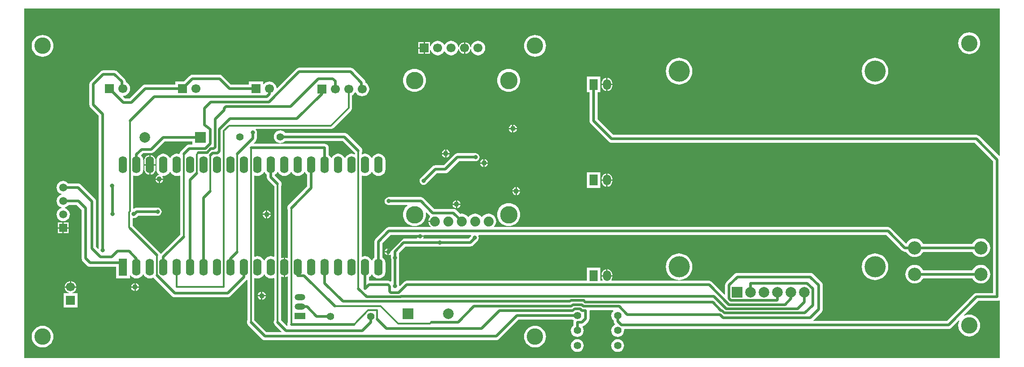
<source format=gbl>
G04*
G04 #@! TF.GenerationSoftware,Altium Limited,Altium Designer,19.0.4 (130)*
G04*
G04 Layer_Physical_Order=2*
G04 Layer_Color=16711680*
%FSLAX44Y44*%
%MOMM*%
G71*
G01*
G75*
%ADD13C,0.5000*%
%ADD39C,3.1000*%
%ADD54C,0.3000*%
%ADD56C,1.8796*%
%ADD57C,3.3020*%
%ADD58R,1.7000X1.7000*%
%ADD59C,1.7000*%
%ADD60R,1.6000X3.2000*%
%ADD61O,1.6000X3.2000*%
%ADD62C,1.4000*%
%ADD63R,2.0000X2.0000*%
%ADD64C,2.0000*%
%ADD65C,1.5000*%
%ADD66R,1.5000X1.5000*%
%ADD67C,4.0000*%
%ADD68C,2.5000*%
%ADD69R,1.5000X2.0000*%
%ADD70O,1.5000X2.0000*%
%ADD71O,2.0000X1.2000*%
%ADD72R,2.0000X1.2000*%
%ADD73R,1.7000X1.7000*%
%ADD74C,0.8000*%
%ADD75C,1.0000*%
G36*
X601900Y793565D02*
X596000D01*
X594042Y793307D01*
X592218Y792551D01*
X590651Y791349D01*
X590651Y791349D01*
X580121Y780819D01*
X578919Y779252D01*
X578163Y777428D01*
X577977Y776018D01*
X576779Y775140D01*
X575994Y775465D01*
X572600Y775912D01*
X569207Y775465D01*
X566044Y774155D01*
X563329Y772071D01*
X561245Y769356D01*
X560588Y767769D01*
X559213D01*
X558556Y769356D01*
X556472Y772071D01*
X553756Y774155D01*
X550594Y775465D01*
X547200Y775912D01*
X543807Y775465D01*
X540644Y774155D01*
X537929Y772071D01*
X535845Y769356D01*
X534535Y766193D01*
X534088Y762800D01*
Y746800D01*
X534535Y743406D01*
X535845Y740244D01*
X537929Y737528D01*
X538873Y736804D01*
X538517Y735476D01*
X537532Y735346D01*
X535698Y734586D01*
X534122Y733378D01*
X532914Y731803D01*
X532154Y729968D01*
X532062Y729270D01*
X546938D01*
X546846Y729968D01*
X546086Y731803D01*
X545445Y732637D01*
X546133Y733828D01*
X547200Y733688D01*
X550594Y734134D01*
X553756Y735444D01*
X556472Y737528D01*
X558556Y740244D01*
X559213Y741830D01*
X560588D01*
X561245Y740244D01*
X563329Y737528D01*
X566044Y735444D01*
X569207Y734134D01*
X572600Y733688D01*
X575994Y734134D01*
X577858Y734906D01*
X578914Y734201D01*
Y623140D01*
X542772Y586998D01*
X541526Y587246D01*
X541221Y587982D01*
X540019Y589549D01*
X489219Y640349D01*
X489055Y640475D01*
Y653727D01*
X490010Y654564D01*
X490999Y654434D01*
X492581D01*
X494539Y654692D01*
X496363Y655447D01*
X497930Y656650D01*
X499957Y658677D01*
X536448D01*
X538406Y658935D01*
X540230Y659691D01*
X541797Y660893D01*
X542999Y662460D01*
X543755Y664284D01*
X544013Y666242D01*
X543755Y668200D01*
X542999Y670024D01*
X541797Y671591D01*
X540230Y672793D01*
X538406Y673549D01*
X536448Y673807D01*
X496824D01*
X496824Y673807D01*
X494866Y673549D01*
X493042Y672793D01*
X491696Y671761D01*
X490717Y672038D01*
X490426Y672210D01*
Y734060D01*
X491482Y734766D01*
X493007Y734134D01*
X496400Y733688D01*
X499794Y734134D01*
X502956Y735444D01*
X505672Y737528D01*
X507756Y740244D01*
X509066Y743406D01*
X509512Y746800D01*
Y762800D01*
X509066Y766193D01*
X507756Y769356D01*
X505672Y772071D01*
X505598Y773200D01*
X509185Y776787D01*
X524000D01*
X525958Y777045D01*
X527782Y777801D01*
X529349Y779003D01*
X549782Y799436D01*
X601900D01*
Y793565D01*
D02*
G37*
G36*
X2126750Y772317D02*
X2125577Y771831D01*
X2088149Y809259D01*
X2086582Y810461D01*
X2084758Y811217D01*
X2082800Y811475D01*
X1397023D01*
X1367165Y841333D01*
Y892000D01*
X1372100D01*
Y922000D01*
X1347100D01*
Y892000D01*
X1352035D01*
Y838200D01*
X1352293Y836242D01*
X1353049Y834418D01*
X1354251Y832851D01*
X1388541Y798561D01*
X1388541Y798561D01*
X1390108Y797359D01*
X1391932Y796603D01*
X1393890Y796345D01*
X2079667D01*
X2114435Y761577D01*
Y512565D01*
X2083055D01*
X2083055Y512565D01*
X2081097Y512307D01*
X2079273Y511552D01*
X2077706Y510349D01*
X2077706Y510349D01*
X2026922Y459565D01*
X1774793D01*
X1774533Y460835D01*
X1790349Y476651D01*
X1791551Y478218D01*
X1792307Y480042D01*
X1792436Y481021D01*
X1792565Y482000D01*
X1792565Y482000D01*
Y527000D01*
X1792307Y528958D01*
X1791551Y530782D01*
X1790349Y532349D01*
X1790349Y532349D01*
X1774349Y548349D01*
X1772782Y549551D01*
X1770958Y550307D01*
X1769000Y550565D01*
X1631136D01*
X1629178Y550307D01*
X1627354Y549551D01*
X1625787Y548349D01*
X1625787Y548349D01*
X1610151Y532713D01*
X1608949Y531146D01*
X1608193Y529322D01*
X1607935Y527364D01*
Y510330D01*
X1606762Y509844D01*
X1583257Y533349D01*
X1581691Y534551D01*
X1579866Y535307D01*
X1577908Y535565D01*
X1393769D01*
X1393207Y536704D01*
X1393770Y537437D01*
X1394782Y539879D01*
X1395127Y542500D01*
Y543730D01*
X1385000D01*
X1374873D01*
Y542500D01*
X1375219Y539879D01*
X1376230Y537437D01*
X1376793Y536704D01*
X1376231Y535565D01*
X1372100D01*
Y560000D01*
X1347100D01*
Y535565D01*
X1006571D01*
X1006571Y535565D01*
X1004613Y535307D01*
X1002789Y534551D01*
X1001222Y533349D01*
X1001222Y533349D01*
X993808Y525935D01*
X992565Y526488D01*
Y579386D01*
X992565Y579386D01*
X992436Y580365D01*
X992307Y581344D01*
X991815Y582532D01*
Y588179D01*
X1004071Y600435D01*
X1127000D01*
X1128958Y600693D01*
X1130782Y601449D01*
X1132349Y602651D01*
X1140349Y610651D01*
X1140349Y610651D01*
X1141551Y612218D01*
X1142307Y614042D01*
X1142565Y616000D01*
Y617500D01*
X1142307Y619458D01*
X1141807Y620665D01*
X1142558Y621935D01*
X1912784D01*
X1942069Y592651D01*
X1943636Y591449D01*
X1945460Y590693D01*
X1947418Y590435D01*
X1950201D01*
X1951379Y588230D01*
X1953566Y585566D01*
X1956231Y583379D01*
X1959271Y581754D01*
X1962569Y580753D01*
X1966000Y580415D01*
X1969431Y580753D01*
X1972729Y581754D01*
X1975770Y583379D01*
X1978434Y585566D01*
X1980621Y588230D01*
X1981800Y590435D01*
X2075201D01*
X2076379Y588230D01*
X2078566Y585566D01*
X2081231Y583379D01*
X2084271Y581754D01*
X2087569Y580753D01*
X2091000Y580415D01*
X2094431Y580753D01*
X2097729Y581754D01*
X2100770Y583379D01*
X2103434Y585566D01*
X2105621Y588230D01*
X2107246Y591270D01*
X2108247Y594569D01*
X2108585Y598000D01*
X2108247Y601430D01*
X2107246Y604729D01*
X2105621Y607769D01*
X2103434Y610434D01*
X2100770Y612621D01*
X2097729Y614246D01*
X2094431Y615247D01*
X2091000Y615584D01*
X2087569Y615247D01*
X2084271Y614246D01*
X2081231Y612621D01*
X2078566Y610434D01*
X2076379Y607769D01*
X2075201Y605564D01*
X1981800D01*
X1980621Y607769D01*
X1978434Y610434D01*
X1975770Y612621D01*
X1972729Y614246D01*
X1969431Y615247D01*
X1966000Y615584D01*
X1962569Y615247D01*
X1959271Y614246D01*
X1956231Y612621D01*
X1953566Y610434D01*
X1951379Y607769D01*
X1950825Y606733D01*
X1949569Y606547D01*
X1921267Y634849D01*
X1919700Y636051D01*
X1917876Y636807D01*
X1915918Y637065D01*
X1172470D01*
X1171843Y638335D01*
X1173727Y640789D01*
X1175177Y644291D01*
X1175672Y648050D01*
X1175177Y651809D01*
X1173727Y655311D01*
X1171419Y658319D01*
X1168411Y660627D01*
X1164909Y662077D01*
X1161150Y662572D01*
X1157391Y662077D01*
X1153889Y660627D01*
X1150881Y658319D01*
X1149250Y656193D01*
X1147650D01*
X1146019Y658319D01*
X1143011Y660627D01*
X1139509Y662077D01*
X1135750Y662572D01*
X1131991Y662077D01*
X1128489Y660627D01*
X1125481Y658319D01*
X1123850Y656193D01*
X1122250D01*
X1120619Y658319D01*
X1117611Y660627D01*
X1114109Y662077D01*
X1110350Y662572D01*
X1107280Y662168D01*
X1100201Y669247D01*
X1098634Y670449D01*
X1096810Y671205D01*
X1094852Y671463D01*
X1058808D01*
X1038672Y691599D01*
X1037105Y692801D01*
X1035281Y693557D01*
X1033323Y693815D01*
X972750D01*
X970792Y693557D01*
X968968Y692801D01*
X967401Y691599D01*
X966199Y690032D01*
X965443Y688208D01*
X965185Y686250D01*
X965443Y684292D01*
X966199Y682468D01*
X967401Y680901D01*
X968968Y679699D01*
X970792Y678943D01*
X972750Y678685D01*
X1007513D01*
X1007941Y677489D01*
X1006167Y676033D01*
X1003479Y672758D01*
X1001481Y669021D01*
X1000251Y664967D01*
X999836Y660750D01*
X1000251Y656533D01*
X1001481Y652479D01*
X1003479Y648742D01*
X1006167Y645467D01*
X1009442Y642779D01*
X1013179Y640781D01*
X1017233Y639551D01*
X1021450Y639136D01*
X1025667Y639551D01*
X1029721Y640781D01*
X1033458Y642779D01*
X1036733Y645467D01*
X1039421Y648742D01*
X1041419Y652479D01*
X1042649Y656533D01*
X1043064Y660750D01*
X1042707Y664371D01*
X1043927Y664948D01*
X1050326Y658549D01*
X1050931Y658085D01*
X1051031Y656629D01*
X1050958Y656463D01*
X1049122Y654071D01*
X1047919Y651167D01*
X1047676Y649320D01*
X1059550D01*
Y646780D01*
X1047676D01*
X1047919Y644934D01*
X1049122Y642029D01*
X1051036Y639536D01*
X1052601Y638335D01*
X1052170Y637065D01*
X973162D01*
X973162Y637065D01*
X971204Y636807D01*
X969380Y636051D01*
X967813Y634849D01*
X948251Y615287D01*
X947049Y613720D01*
X946293Y611896D01*
X946035Y609938D01*
Y579581D01*
X944329Y578271D01*
X942245Y575556D01*
X941588Y573969D01*
X940213D01*
X939556Y575556D01*
X937472Y578271D01*
X934756Y580355D01*
X931594Y581665D01*
X928200Y582112D01*
X924807Y581665D01*
X923028Y580928D01*
X921972Y581634D01*
Y734165D01*
X923028Y734871D01*
X924807Y734134D01*
X928200Y733688D01*
X931594Y734134D01*
X934756Y735444D01*
X937472Y737528D01*
X939556Y740244D01*
X940213Y741830D01*
X941588D01*
X942245Y740244D01*
X944329Y737528D01*
X947044Y735444D01*
X950207Y734134D01*
X953600Y733688D01*
X956994Y734134D01*
X960156Y735444D01*
X962872Y737528D01*
X964956Y740244D01*
X966266Y743406D01*
X966712Y746800D01*
Y762800D01*
X966266Y766193D01*
X964956Y769356D01*
X962872Y772071D01*
X960156Y774155D01*
X956994Y775465D01*
X953600Y775912D01*
X950207Y775465D01*
X947044Y774155D01*
X944329Y772071D01*
X942245Y769356D01*
X941588Y767769D01*
X940213D01*
X939556Y769356D01*
X937472Y772071D01*
X934756Y774155D01*
X931594Y775465D01*
X928200Y775912D01*
X924807Y775465D01*
X923028Y774728D01*
X921972Y775434D01*
Y777814D01*
X922723Y779626D01*
X922981Y781584D01*
X922723Y783542D01*
X921967Y785367D01*
X920765Y786934D01*
X894349Y813350D01*
X892782Y814552D01*
X890958Y815307D01*
X889000Y815565D01*
X777421D01*
X776658Y816558D01*
X774152Y818482D01*
X771233Y819691D01*
X768100Y820103D01*
X764967Y819691D01*
X762048Y818482D01*
X759542Y816558D01*
X757618Y814052D01*
X756409Y811133D01*
X755996Y808000D01*
X756409Y804867D01*
X757618Y801948D01*
X759542Y799441D01*
X762048Y797518D01*
X764967Y796309D01*
X768100Y795896D01*
X771233Y796309D01*
X774152Y797518D01*
X776658Y799441D01*
X777421Y800436D01*
X885867D01*
X908860Y777442D01*
Y775504D01*
X907804Y774798D01*
X906194Y775465D01*
X902800Y775912D01*
X899407Y775465D01*
X896244Y774155D01*
X893529Y772071D01*
X891445Y769356D01*
X890788Y767769D01*
X889413D01*
X888756Y769356D01*
X886672Y772071D01*
X883956Y774155D01*
X880794Y775465D01*
X877400Y775912D01*
X874007Y775465D01*
X870844Y774155D01*
X868129Y772071D01*
X866045Y769356D01*
X865388Y767769D01*
X864013D01*
X863356Y769356D01*
X861272Y772071D01*
X859565Y773382D01*
Y787000D01*
X859307Y788958D01*
X858551Y790783D01*
X857349Y792349D01*
X855782Y793551D01*
X853958Y794307D01*
X852000Y794565D01*
X718022D01*
X717536Y795738D01*
X721275Y799477D01*
X721275Y799477D01*
X722477Y801044D01*
X723233Y802868D01*
X723491Y804826D01*
Y813029D01*
X723807Y813792D01*
X724065Y815750D01*
X723807Y817708D01*
X723051Y819532D01*
X721849Y821099D01*
X721678Y821230D01*
X722110Y822500D01*
X863600D01*
X865297Y822723D01*
X866878Y823378D01*
X868236Y824420D01*
X901636Y857820D01*
X902678Y859178D01*
X903333Y860759D01*
X903556Y862456D01*
Y886595D01*
X903808Y886700D01*
X906628Y888864D01*
X908792Y891684D01*
X909065Y892342D01*
X910335D01*
X910608Y891684D01*
X912772Y888864D01*
X915592Y886700D01*
X918876Y885340D01*
X922400Y884875D01*
X925924Y885340D01*
X929208Y886700D01*
X932028Y888864D01*
X934192Y891684D01*
X935553Y894968D01*
X936016Y898492D01*
X935553Y902016D01*
X934192Y905300D01*
X932028Y908120D01*
X929208Y910284D01*
X929090Y910333D01*
Y910475D01*
X928832Y912433D01*
X928076Y914257D01*
X926874Y915824D01*
X906349Y936349D01*
X904782Y937551D01*
X902958Y938307D01*
X901000Y938565D01*
X803492D01*
X801534Y938307D01*
X799710Y937551D01*
X798143Y936349D01*
X784635Y922841D01*
X762006Y900212D01*
X760803Y900620D01*
X760553Y902524D01*
X759192Y905808D01*
X757028Y908628D01*
X754208Y910792D01*
X750924Y912152D01*
X747400Y912616D01*
X743876Y912152D01*
X740592Y910792D01*
X737772Y908628D01*
X736770Y907323D01*
X735500Y907754D01*
Y912500D01*
X708500D01*
Y906565D01*
X674963D01*
X658527Y923001D01*
X656961Y924203D01*
X655136Y924959D01*
X653178Y925217D01*
X602000D01*
X600042Y924959D01*
X598218Y924203D01*
X596651Y923001D01*
X586150Y912500D01*
X569848D01*
Y906565D01*
X512870D01*
X512870Y906565D01*
X510912Y906307D01*
X509088Y905551D01*
X507521Y904349D01*
X507521Y904349D01*
X483737Y880565D01*
X474733D01*
X471173Y884125D01*
X471628Y885466D01*
X474524Y885847D01*
X477808Y887208D01*
X480628Y889372D01*
X482792Y892192D01*
X484152Y895476D01*
X484616Y899000D01*
X484152Y902524D01*
X482792Y905808D01*
X480628Y908628D01*
X477808Y910792D01*
X476268Y911430D01*
Y912296D01*
X476269Y912296D01*
X476011Y914254D01*
X475255Y916079D01*
X474053Y917645D01*
X474053Y917645D01*
X460349Y931349D01*
X458782Y932551D01*
X456958Y933307D01*
X455000Y933565D01*
X433508D01*
X433508Y933565D01*
X431550Y933307D01*
X429726Y932551D01*
X428159Y931349D01*
X428159Y931349D01*
X409651Y912841D01*
X408449Y911274D01*
X407693Y909450D01*
X407435Y907492D01*
Y868462D01*
X407693Y866504D01*
X408449Y864680D01*
X409651Y863113D01*
X424997Y847767D01*
Y596502D01*
X423824Y596016D01*
X419807Y600033D01*
Y685800D01*
X419549Y687758D01*
X418793Y689582D01*
X417591Y691149D01*
X417591Y691149D01*
X391191Y717549D01*
X389624Y718752D01*
X387800Y719507D01*
X385842Y719765D01*
X367644D01*
X366915Y720715D01*
X364304Y722719D01*
X361263Y723978D01*
X358000Y724408D01*
X354737Y723978D01*
X351696Y722719D01*
X349085Y720715D01*
X347081Y718104D01*
X345821Y715063D01*
X345392Y711800D01*
X345821Y708537D01*
X347081Y705496D01*
X349085Y702885D01*
X351696Y700881D01*
X354423Y699752D01*
X354423Y699750D01*
Y698450D01*
X354423Y698448D01*
X351696Y697319D01*
X349085Y695315D01*
X347081Y692704D01*
X345821Y689663D01*
X345392Y686400D01*
X345821Y683137D01*
X347081Y680096D01*
X349085Y677485D01*
X351696Y675481D01*
X354423Y674352D01*
X354423Y674350D01*
Y673050D01*
X354423Y673048D01*
X351696Y671919D01*
X349085Y669915D01*
X347081Y667304D01*
X345821Y664263D01*
X345392Y661000D01*
X345821Y657737D01*
X347081Y654696D01*
X349085Y652085D01*
X351696Y650081D01*
X354737Y648822D01*
X358000Y648392D01*
X361263Y648822D01*
X364304Y650081D01*
X366915Y652085D01*
X368918Y654696D01*
X370178Y657737D01*
X370608Y661000D01*
X370178Y664263D01*
X368918Y667304D01*
X366915Y669915D01*
X364304Y671919D01*
X361577Y673048D01*
X361576Y673050D01*
Y674350D01*
X361577Y674352D01*
X364304Y675481D01*
X366915Y677485D01*
X368258Y679236D01*
X383724D01*
X392993Y669967D01*
Y577850D01*
X393251Y575892D01*
X394007Y574068D01*
X395209Y572501D01*
X403337Y564373D01*
X403337Y564373D01*
X404904Y563171D01*
X406728Y562415D01*
X408686Y562157D01*
X458000D01*
Y540000D01*
X484000D01*
Y545808D01*
X485270Y546150D01*
X487129Y543728D01*
X489844Y541644D01*
X493007Y540334D01*
X496400Y539888D01*
X499794Y540334D01*
X502956Y541644D01*
X505672Y543728D01*
X507756Y546443D01*
X508413Y548030D01*
X509788D01*
X510445Y546443D01*
X512529Y543728D01*
X515244Y541644D01*
X518407Y540334D01*
X521800Y539888D01*
X525194Y540334D01*
X528356Y541644D01*
X528667Y541603D01*
X529321Y540751D01*
X563421Y506651D01*
X564988Y505449D01*
X566812Y504693D01*
X568770Y504435D01*
X668718D01*
X670676Y504693D01*
X672500Y505449D01*
X674067Y506651D01*
X704644Y537228D01*
X705914Y536796D01*
Y460971D01*
X705163Y459158D01*
X704905Y457200D01*
X705163Y455242D01*
X705919Y453418D01*
X707121Y451851D01*
X733537Y425435D01*
X735104Y424233D01*
X736928Y423477D01*
X738886Y423219D01*
X1175828D01*
X1177786Y423477D01*
X1179610Y424233D01*
X1181177Y425435D01*
X1218177Y462435D01*
X1319579D01*
X1320342Y461442D01*
X1322089Y460101D01*
X1321593Y458904D01*
X1321335Y456946D01*
Y450821D01*
X1320342Y450058D01*
X1318418Y447551D01*
X1317209Y444632D01*
X1316797Y441500D01*
X1317209Y438367D01*
X1318418Y435448D01*
X1320342Y432941D01*
X1322848Y431018D01*
X1325767Y429809D01*
X1328900Y429396D01*
X1332033Y429809D01*
X1334952Y431018D01*
X1337458Y432941D01*
X1339382Y435448D01*
X1340591Y438367D01*
X1341004Y441500D01*
X1340591Y444632D01*
X1339382Y447551D01*
X1338713Y448423D01*
X1339199Y449597D01*
X1339522Y449639D01*
X1341346Y450395D01*
X1342913Y451597D01*
X1349517Y458201D01*
X1349517Y458201D01*
X1350719Y459768D01*
X1351475Y461592D01*
X1351733Y463550D01*
X1351733Y463550D01*
Y479000D01*
X1352553Y479935D01*
X1396360D01*
X1396768Y478732D01*
X1396542Y478559D01*
X1394618Y476052D01*
X1393409Y473133D01*
X1392997Y470000D01*
X1393409Y466867D01*
X1394618Y463948D01*
X1396542Y461442D01*
X1397535Y460679D01*
Y459177D01*
X1397793Y457220D01*
X1398549Y455395D01*
X1399751Y453828D01*
X1400043Y453537D01*
X1399795Y452291D01*
X1399048Y451982D01*
X1396542Y450058D01*
X1394618Y447551D01*
X1393409Y444632D01*
X1392997Y441500D01*
X1393409Y438367D01*
X1394618Y435448D01*
X1396542Y432941D01*
X1399048Y431018D01*
X1401967Y429809D01*
X1405100Y429396D01*
X1408233Y429809D01*
X1411152Y431018D01*
X1413658Y432941D01*
X1415582Y435448D01*
X1416791Y438367D01*
X1417204Y441500D01*
X1416943Y443480D01*
X1417780Y444435D01*
X2030056D01*
X2032013Y444693D01*
X2033838Y445449D01*
X2035405Y446651D01*
X2035405Y446651D01*
X2049552Y460799D01*
X2050584Y460034D01*
X2049969Y458883D01*
X2048796Y455019D01*
X2048401Y451000D01*
X2048796Y446982D01*
X2049969Y443117D01*
X2051872Y439556D01*
X2054434Y436435D01*
X2057555Y433873D01*
X2061117Y431969D01*
X2064981Y430797D01*
X2069000Y430401D01*
X2073018Y430797D01*
X2076883Y431969D01*
X2080444Y433873D01*
X2083566Y436435D01*
X2086127Y439556D01*
X2088031Y443117D01*
X2089203Y446982D01*
X2089599Y451000D01*
X2089203Y455019D01*
X2088031Y458883D01*
X2086127Y462445D01*
X2083566Y465566D01*
X2080444Y468128D01*
X2076883Y470032D01*
X2073018Y471204D01*
X2069000Y471600D01*
X2064981Y471204D01*
X2061117Y470032D01*
X2059966Y469416D01*
X2059201Y470447D01*
X2086188Y497436D01*
X2122000D01*
X2123958Y497693D01*
X2125480Y498324D01*
X2126750Y497757D01*
Y389000D01*
X284750D01*
Y1050250D01*
X2126750D01*
Y772317D01*
D02*
G37*
G36*
X789845Y740244D02*
X791929Y737528D01*
X794644Y735444D01*
X797807Y734134D01*
X801200Y733688D01*
X804594Y734134D01*
X807756Y735444D01*
X810472Y737528D01*
X812556Y740244D01*
X813213Y741830D01*
X814588D01*
X815245Y740244D01*
X817329Y737528D01*
X819035Y736218D01*
Y714333D01*
X783321Y678619D01*
X782119Y677053D01*
X781363Y675228D01*
X781105Y673270D01*
X781363Y671312D01*
X782114Y669500D01*
Y578867D01*
X780844Y578319D01*
X778552Y579268D01*
X777070Y579463D01*
Y561000D01*
Y542536D01*
X778552Y542731D01*
X780844Y543680D01*
X782114Y543132D01*
Y456771D01*
X781363Y454958D01*
X781105Y453000D01*
X781317Y451393D01*
X780212Y450730D01*
X780190Y450724D01*
X769572Y461342D01*
Y543046D01*
X770842Y543645D01*
X773049Y542731D01*
X774530Y542536D01*
Y561000D01*
Y579463D01*
X773049Y579268D01*
X770842Y578354D01*
X769572Y578953D01*
Y714795D01*
X770323Y716608D01*
X770581Y718566D01*
X770323Y720524D01*
X769567Y722348D01*
X768365Y723915D01*
X757964Y734316D01*
Y736218D01*
X759672Y737528D01*
X761756Y740244D01*
X762413Y741830D01*
X763788D01*
X764445Y740244D01*
X766529Y737528D01*
X769244Y735444D01*
X772407Y734134D01*
X775800Y733688D01*
X779194Y734134D01*
X782356Y735444D01*
X785072Y737528D01*
X787156Y740244D01*
X787813Y741830D01*
X789188D01*
X789845Y740244D01*
D02*
G37*
G36*
X739045D02*
X741129Y737528D01*
X742835Y736218D01*
Y731182D01*
X743093Y729224D01*
X743849Y727400D01*
X745051Y725833D01*
X756460Y714424D01*
Y581704D01*
X755404Y580998D01*
X753794Y581665D01*
X750400Y582112D01*
X747007Y581665D01*
X743844Y580355D01*
X741129Y578271D01*
X739045Y575556D01*
X738388Y573969D01*
X737013D01*
X736356Y575556D01*
X734272Y578271D01*
X731556Y580355D01*
X728394Y581665D01*
X725000Y582112D01*
X721607Y581665D01*
X720082Y581034D01*
X719026Y581739D01*
Y734060D01*
X720082Y734766D01*
X721607Y734134D01*
X725000Y733688D01*
X728394Y734134D01*
X731556Y735444D01*
X734272Y737528D01*
X736356Y740244D01*
X737013Y741830D01*
X738388D01*
X739045Y740244D01*
D02*
G37*
G36*
X1128193Y620665D02*
X1127693Y619458D01*
X1127683Y619381D01*
X1123866Y615564D01*
X1038273D01*
X1038121Y615874D01*
X1037768Y616834D01*
X1038372Y618293D01*
X1038429Y618730D01*
X1025571D01*
X1025628Y618293D01*
X1026232Y616834D01*
X1025879Y615874D01*
X1025726Y615564D01*
X1000938D01*
X998980Y615307D01*
X997155Y614551D01*
X995589Y613349D01*
X995589Y613349D01*
X978901Y596661D01*
X977699Y595094D01*
X977628Y594924D01*
X976369Y594759D01*
X976214Y594960D01*
X974848Y596009D01*
X973257Y596668D01*
X972820Y596725D01*
Y590296D01*
Y583867D01*
X973257Y583924D01*
X974848Y584583D01*
X975415Y585018D01*
X976685Y584392D01*
Y580136D01*
X976943Y578178D01*
X977435Y576990D01*
Y534746D01*
X976165Y534120D01*
X975603Y534551D01*
X973779Y535307D01*
X971821Y535565D01*
X935764D01*
Y542418D01*
X937472Y543728D01*
X939556Y546443D01*
X940213Y548030D01*
X941588D01*
X942245Y546443D01*
X944329Y543728D01*
X947044Y541644D01*
X950207Y540334D01*
X953600Y539888D01*
X956994Y540334D01*
X960156Y541644D01*
X962872Y543728D01*
X964956Y546443D01*
X966266Y549606D01*
X966712Y553000D01*
Y569000D01*
X966266Y572393D01*
X964956Y575556D01*
X962872Y578271D01*
X961164Y579581D01*
Y606804D01*
X976295Y621935D01*
X1024405D01*
X1024974Y621270D01*
X1039026D01*
X1039595Y621935D01*
X1127442D01*
X1128193Y620665D01*
D02*
G37*
G36*
X739045Y546443D02*
X741129Y543728D01*
X743844Y541644D01*
X747007Y540334D01*
X750400Y539888D01*
X753794Y540334D01*
X755404Y541001D01*
X756460Y540295D01*
Y460971D01*
X755709Y459158D01*
X755451Y457200D01*
X755709Y455242D01*
X756465Y453418D01*
X757667Y451851D01*
X769996Y439522D01*
X769510Y438349D01*
X742019D01*
X719026Y461342D01*
Y540260D01*
X720082Y540966D01*
X721607Y540334D01*
X725000Y539888D01*
X728394Y540334D01*
X731556Y541644D01*
X734272Y543728D01*
X736356Y546443D01*
X737013Y548030D01*
X738388D01*
X739045Y546443D01*
D02*
G37*
%LPC*%
G36*
X523070Y773263D02*
Y756070D01*
X532431D01*
Y762800D01*
X532069Y765551D01*
X531007Y768115D01*
X529318Y770317D01*
X527116Y772006D01*
X524552Y773068D01*
X523070Y773263D01*
D02*
G37*
G36*
X520530Y773263D02*
X519049Y773068D01*
X516485Y772006D01*
X514283Y770317D01*
X512594Y768115D01*
X511532Y765551D01*
X511169Y762800D01*
Y756070D01*
X520530D01*
Y773263D01*
D02*
G37*
G36*
Y753530D02*
X511169D01*
Y746800D01*
X511532Y744048D01*
X512594Y741484D01*
X514283Y739282D01*
X516485Y737593D01*
X519049Y736531D01*
X520530Y736336D01*
Y753530D01*
D02*
G37*
G36*
X532431D02*
X523070D01*
Y736336D01*
X524552Y736531D01*
X527116Y737593D01*
X529318Y739282D01*
X531007Y741484D01*
X532069Y744048D01*
X532431Y746800D01*
Y753530D01*
D02*
G37*
G36*
X546938Y726730D02*
X540770D01*
Y720562D01*
X541468Y720654D01*
X543302Y721414D01*
X544878Y722622D01*
X546086Y724197D01*
X546846Y726032D01*
X546938Y726730D01*
D02*
G37*
G36*
X538230D02*
X532062D01*
X532154Y726032D01*
X532914Y724197D01*
X534122Y722622D01*
X535698Y721414D01*
X537532Y720654D01*
X538230Y720562D01*
Y726730D01*
D02*
G37*
G36*
X1090750Y989366D02*
X1087226Y988902D01*
X1083942Y987542D01*
X1081122Y985378D01*
X1078958Y982558D01*
X1078685Y981899D01*
X1077415D01*
X1077142Y982558D01*
X1074978Y985378D01*
X1072158Y987542D01*
X1068874Y988902D01*
X1065350Y989366D01*
X1061826Y988902D01*
X1058542Y987542D01*
X1055722Y985378D01*
X1053558Y982558D01*
X1052197Y979274D01*
X1050990Y979529D01*
Y986790D01*
X1041220D01*
Y975750D01*
Y964710D01*
X1050990D01*
Y971971D01*
X1052197Y972226D01*
X1053558Y968942D01*
X1055722Y966122D01*
X1058542Y963958D01*
X1061826Y962597D01*
X1065350Y962133D01*
X1068874Y962597D01*
X1072158Y963958D01*
X1074978Y966122D01*
X1077142Y968942D01*
X1077415Y969600D01*
X1078685D01*
X1078958Y968942D01*
X1081122Y966122D01*
X1083942Y963958D01*
X1087226Y962597D01*
X1090750Y962133D01*
X1094274Y962597D01*
X1097558Y963958D01*
X1100378Y966122D01*
X1102542Y968942D01*
X1103903Y972226D01*
X1104050Y973347D01*
X1105331Y973347D01*
X1105394Y972868D01*
X1106507Y970182D01*
X1108276Y967876D01*
X1110582Y966106D01*
X1113268Y964994D01*
X1114880Y964782D01*
Y975750D01*
Y986718D01*
X1113268Y986506D01*
X1110582Y985393D01*
X1108276Y983624D01*
X1106507Y981318D01*
X1105394Y978632D01*
X1105331Y978153D01*
X1104050Y978153D01*
X1103903Y979274D01*
X1102542Y982558D01*
X1100378Y985378D01*
X1097558Y987542D01*
X1094274Y988902D01*
X1090750Y989366D01*
D02*
G37*
G36*
X1141550D02*
X1138026Y988902D01*
X1134742Y987542D01*
X1131922Y985378D01*
X1129758Y982558D01*
X1128398Y979274D01*
X1128250Y978153D01*
X1126969Y978153D01*
X1126906Y978632D01*
X1125793Y981318D01*
X1124024Y983624D01*
X1121718Y985393D01*
X1119032Y986506D01*
X1117420Y986718D01*
Y975750D01*
Y964782D01*
X1119032Y964994D01*
X1121718Y966106D01*
X1124024Y967876D01*
X1125793Y970182D01*
X1126906Y972868D01*
X1126969Y973347D01*
X1128250Y973347D01*
X1128398Y972226D01*
X1129758Y968942D01*
X1131922Y966122D01*
X1134742Y963958D01*
X1138026Y962597D01*
X1141550Y962133D01*
X1145074Y962597D01*
X1148358Y963958D01*
X1151178Y966122D01*
X1153342Y968942D01*
X1154703Y972226D01*
X1155166Y975750D01*
X1154703Y979274D01*
X1153342Y982558D01*
X1151178Y985378D01*
X1148358Y987542D01*
X1145074Y988902D01*
X1141550Y989366D01*
D02*
G37*
G36*
X1038680Y986790D02*
X1028910D01*
Y977020D01*
X1038680D01*
Y986790D01*
D02*
G37*
G36*
Y974480D02*
X1028910D01*
Y964710D01*
X1038680D01*
Y974480D01*
D02*
G37*
G36*
X2069000Y1005600D02*
X2064981Y1005204D01*
X2061117Y1004032D01*
X2057555Y1002128D01*
X2054434Y999566D01*
X2051872Y996445D01*
X2049969Y992883D01*
X2048796Y989019D01*
X2048401Y985000D01*
X2048796Y980982D01*
X2049969Y977117D01*
X2051872Y973556D01*
X2054434Y970434D01*
X2057555Y967873D01*
X2061117Y965969D01*
X2064981Y964797D01*
X2069000Y964401D01*
X2073018Y964797D01*
X2076883Y965969D01*
X2080444Y967873D01*
X2083566Y970434D01*
X2086127Y973556D01*
X2088031Y977117D01*
X2089203Y980982D01*
X2089599Y985000D01*
X2089203Y989019D01*
X2088031Y992883D01*
X2086127Y996445D01*
X2083566Y999566D01*
X2080444Y1002128D01*
X2076883Y1004032D01*
X2073018Y1005204D01*
X2069000Y1005600D01*
D02*
G37*
G36*
X1249000Y1000599D02*
X1244981Y1000203D01*
X1241117Y999031D01*
X1237555Y997128D01*
X1234434Y994566D01*
X1231872Y991444D01*
X1229969Y987883D01*
X1228796Y984019D01*
X1228401Y980000D01*
X1228796Y975981D01*
X1229969Y972117D01*
X1231872Y968556D01*
X1234434Y965434D01*
X1237555Y962872D01*
X1241117Y960969D01*
X1244981Y959797D01*
X1249000Y959401D01*
X1253018Y959797D01*
X1256883Y960969D01*
X1260444Y962872D01*
X1263566Y965434D01*
X1266127Y968556D01*
X1268031Y972117D01*
X1269203Y975981D01*
X1269599Y980000D01*
X1269203Y984019D01*
X1268031Y987883D01*
X1266127Y991444D01*
X1263566Y994566D01*
X1260444Y997128D01*
X1256883Y999031D01*
X1253018Y1000203D01*
X1249000Y1000599D01*
D02*
G37*
G36*
X319000D02*
X314981Y1000203D01*
X311117Y999031D01*
X307556Y997128D01*
X304434Y994566D01*
X301873Y991444D01*
X299969Y987883D01*
X298797Y984019D01*
X298401Y980000D01*
X298797Y975981D01*
X299969Y972117D01*
X301873Y968556D01*
X304434Y965434D01*
X307556Y962872D01*
X311117Y960969D01*
X314981Y959797D01*
X319000Y959401D01*
X323019Y959797D01*
X326883Y960969D01*
X330444Y962872D01*
X333566Y965434D01*
X336128Y968556D01*
X338031Y972117D01*
X339203Y975981D01*
X339599Y980000D01*
X339203Y984019D01*
X338031Y987883D01*
X336128Y991444D01*
X333566Y994566D01*
X330444Y997128D01*
X326883Y999031D01*
X323019Y1000203D01*
X319000Y1000599D01*
D02*
G37*
G36*
X1386270Y919459D02*
Y908270D01*
X1395127D01*
Y909500D01*
X1394782Y912121D01*
X1393770Y914563D01*
X1392161Y916661D01*
X1390063Y918270D01*
X1387621Y919281D01*
X1386270Y919459D01*
D02*
G37*
G36*
X1383730D02*
X1382379Y919281D01*
X1379937Y918270D01*
X1377839Y916661D01*
X1376230Y914563D01*
X1375219Y912121D01*
X1374873Y909500D01*
Y908270D01*
X1383730D01*
Y919459D01*
D02*
G37*
G36*
X1891140Y957211D02*
X1886239Y956728D01*
X1881527Y955299D01*
X1877184Y952977D01*
X1873377Y949853D01*
X1870253Y946047D01*
X1867932Y941703D01*
X1866502Y936991D01*
X1866019Y932090D01*
X1866502Y927189D01*
X1867932Y922477D01*
X1870253Y918134D01*
X1873377Y914327D01*
X1877184Y911203D01*
X1881527Y908881D01*
X1886239Y907452D01*
X1891140Y906969D01*
X1896041Y907452D01*
X1900754Y908881D01*
X1905097Y911203D01*
X1908903Y914327D01*
X1912027Y918134D01*
X1914349Y922477D01*
X1915779Y927189D01*
X1916261Y932090D01*
X1915779Y936991D01*
X1914349Y941703D01*
X1912027Y946047D01*
X1908903Y949853D01*
X1905097Y952977D01*
X1900754Y955299D01*
X1896041Y956728D01*
X1891140Y957211D01*
D02*
G37*
G36*
X1521140D02*
X1516239Y956728D01*
X1511527Y955299D01*
X1507184Y952977D01*
X1503377Y949853D01*
X1500253Y946047D01*
X1497931Y941703D01*
X1496502Y936991D01*
X1496019Y932090D01*
X1496502Y927189D01*
X1497931Y922477D01*
X1500253Y918134D01*
X1503377Y914327D01*
X1507184Y911203D01*
X1511527Y908881D01*
X1516239Y907452D01*
X1521140Y906969D01*
X1526041Y907452D01*
X1530753Y908881D01*
X1535096Y911203D01*
X1538903Y914327D01*
X1542027Y918134D01*
X1544349Y922477D01*
X1545778Y927189D01*
X1546261Y932090D01*
X1545778Y936991D01*
X1544349Y941703D01*
X1542027Y946047D01*
X1538903Y949853D01*
X1535096Y952977D01*
X1530753Y955299D01*
X1526041Y956728D01*
X1521140Y957211D01*
D02*
G37*
G36*
X1395127Y905730D02*
X1386270D01*
Y894540D01*
X1387621Y894718D01*
X1390063Y895730D01*
X1392161Y897339D01*
X1393770Y899437D01*
X1394782Y901879D01*
X1395127Y904500D01*
Y905730D01*
D02*
G37*
G36*
X1383730D02*
X1374873D01*
Y904500D01*
X1375219Y901879D01*
X1376230Y899437D01*
X1377839Y897339D01*
X1379937Y895730D01*
X1382379Y894718D01*
X1383730Y894540D01*
Y905730D01*
D02*
G37*
G36*
X1199250Y936364D02*
X1195033Y935949D01*
X1190979Y934719D01*
X1187242Y932721D01*
X1183967Y930033D01*
X1181279Y926758D01*
X1179281Y923021D01*
X1178051Y918967D01*
X1177636Y914750D01*
X1178051Y910533D01*
X1179281Y906479D01*
X1181279Y902742D01*
X1183967Y899467D01*
X1187242Y896779D01*
X1190979Y894781D01*
X1195033Y893551D01*
X1199250Y893136D01*
X1203467Y893551D01*
X1207521Y894781D01*
X1211258Y896779D01*
X1214533Y899467D01*
X1217221Y902742D01*
X1219219Y906479D01*
X1220449Y910533D01*
X1220864Y914750D01*
X1220449Y918967D01*
X1219219Y923021D01*
X1217221Y926758D01*
X1214533Y930033D01*
X1211258Y932721D01*
X1207521Y934719D01*
X1203467Y935949D01*
X1199250Y936364D01*
D02*
G37*
G36*
X1021450D02*
X1017233Y935949D01*
X1013179Y934719D01*
X1009442Y932721D01*
X1006167Y930033D01*
X1003479Y926758D01*
X1001481Y923021D01*
X1000251Y918967D01*
X999836Y914750D01*
X1000251Y910533D01*
X1001481Y906479D01*
X1003479Y902742D01*
X1006167Y899467D01*
X1009442Y896779D01*
X1013179Y894781D01*
X1017233Y893551D01*
X1021450Y893136D01*
X1025667Y893551D01*
X1029721Y894781D01*
X1033458Y896779D01*
X1036733Y899467D01*
X1039421Y902742D01*
X1041419Y906479D01*
X1042649Y910533D01*
X1043064Y914750D01*
X1042649Y918967D01*
X1041419Y923021D01*
X1039421Y926758D01*
X1036733Y930033D01*
X1033458Y932721D01*
X1029721Y934719D01*
X1025667Y935949D01*
X1021450Y936364D01*
D02*
G37*
G36*
X1208520Y830938D02*
Y824770D01*
X1214688D01*
X1214596Y825468D01*
X1213836Y827302D01*
X1212628Y828878D01*
X1211052Y830086D01*
X1209218Y830846D01*
X1208520Y830938D01*
D02*
G37*
G36*
X1205980D02*
X1205282Y830846D01*
X1203447Y830086D01*
X1201872Y828878D01*
X1200664Y827302D01*
X1199904Y825468D01*
X1199812Y824770D01*
X1205980D01*
Y830938D01*
D02*
G37*
G36*
X1214688Y822230D02*
X1208520D01*
Y816062D01*
X1209218Y816154D01*
X1211052Y816914D01*
X1212628Y818122D01*
X1213836Y819697D01*
X1214596Y821532D01*
X1214688Y822230D01*
D02*
G37*
G36*
X1205980D02*
X1199812D01*
X1199904Y821532D01*
X1200664Y819697D01*
X1201872Y818122D01*
X1203447Y816914D01*
X1205282Y816154D01*
X1205980Y816062D01*
Y822230D01*
D02*
G37*
G36*
X1081745Y783688D02*
Y777520D01*
X1087913D01*
X1087821Y778218D01*
X1087061Y780052D01*
X1085852Y781628D01*
X1084277Y782836D01*
X1082443Y783596D01*
X1081745Y783688D01*
D02*
G37*
G36*
X1079205D02*
X1078506Y783596D01*
X1076672Y782836D01*
X1075097Y781628D01*
X1073889Y780052D01*
X1073129Y778218D01*
X1073037Y777520D01*
X1079205D01*
Y783688D01*
D02*
G37*
G36*
X1087913Y774980D02*
X1081745D01*
Y768812D01*
X1082443Y768904D01*
X1084277Y769664D01*
X1085852Y770872D01*
X1087061Y772448D01*
X1087821Y774282D01*
X1087913Y774980D01*
D02*
G37*
G36*
X1079205D02*
X1073037D01*
X1073129Y774282D01*
X1073889Y772448D01*
X1075097Y770872D01*
X1076672Y769664D01*
X1078506Y768904D01*
X1079205Y768812D01*
Y774980D01*
D02*
G37*
G36*
X1154020Y765747D02*
Y759579D01*
X1160188D01*
X1160096Y760278D01*
X1159336Y762112D01*
X1158128Y763687D01*
X1156553Y764895D01*
X1154718Y765655D01*
X1154020Y765747D01*
D02*
G37*
G36*
X1151480D02*
X1150782Y765655D01*
X1148948Y764895D01*
X1147372Y763687D01*
X1146164Y762112D01*
X1145404Y760278D01*
X1145312Y759579D01*
X1151480D01*
Y765747D01*
D02*
G37*
G36*
X1160188Y757039D02*
X1154020D01*
Y750871D01*
X1154718Y750963D01*
X1156553Y751723D01*
X1158128Y752932D01*
X1159336Y754507D01*
X1160096Y756341D01*
X1160188Y757039D01*
D02*
G37*
G36*
X1151480D02*
X1145312D01*
X1145404Y756341D01*
X1146164Y754507D01*
X1147372Y752932D01*
X1148948Y751723D01*
X1150782Y750963D01*
X1151480Y750871D01*
Y757039D01*
D02*
G37*
G36*
X1386270Y738459D02*
Y727270D01*
X1395127D01*
Y728500D01*
X1394782Y731121D01*
X1393770Y733563D01*
X1392161Y735661D01*
X1390063Y737270D01*
X1387621Y738282D01*
X1386270Y738459D01*
D02*
G37*
G36*
X1383730D02*
X1382379Y738282D01*
X1379937Y737270D01*
X1377839Y735661D01*
X1376230Y733563D01*
X1375219Y731121D01*
X1374873Y728500D01*
Y727270D01*
X1383730D01*
Y738459D01*
D02*
G37*
G36*
X1102500Y776815D02*
X1100542Y776557D01*
X1098718Y775801D01*
X1097151Y774599D01*
X1097151Y774599D01*
X1076654Y754102D01*
X1060537D01*
X1058579Y753844D01*
X1056755Y753088D01*
X1055188Y751886D01*
X1033401Y730099D01*
X1032199Y728532D01*
X1031443Y726708D01*
X1031185Y724750D01*
X1031443Y722792D01*
X1032199Y720968D01*
X1033401Y719401D01*
X1034968Y718199D01*
X1036792Y717443D01*
X1038750Y717185D01*
X1040708Y717443D01*
X1042532Y718199D01*
X1044099Y719401D01*
X1063670Y738972D01*
X1079787D01*
X1081745Y739230D01*
X1083569Y739986D01*
X1085136Y741188D01*
X1105633Y761685D01*
X1136750D01*
X1138708Y761943D01*
X1140532Y762699D01*
X1142099Y763901D01*
X1143301Y765468D01*
X1144057Y767292D01*
X1144315Y769250D01*
X1144057Y771208D01*
X1143301Y773032D01*
X1142099Y774599D01*
X1140532Y775801D01*
X1138708Y776557D01*
X1136750Y776815D01*
X1102500D01*
X1102500Y776815D01*
D02*
G37*
G36*
X1395127Y724730D02*
X1386270D01*
Y713541D01*
X1387621Y713718D01*
X1390063Y714730D01*
X1392161Y716339D01*
X1393770Y718437D01*
X1394782Y720879D01*
X1395127Y723500D01*
Y724730D01*
D02*
G37*
G36*
X1383730D02*
X1374873D01*
Y723500D01*
X1375219Y720879D01*
X1376230Y718437D01*
X1377839Y716339D01*
X1379937Y714730D01*
X1382379Y713718D01*
X1383730Y713541D01*
Y724730D01*
D02*
G37*
G36*
X1372100Y741000D02*
X1347100D01*
Y711000D01*
X1372100D01*
Y741000D01*
D02*
G37*
G36*
X1214770Y712688D02*
Y706520D01*
X1220938D01*
X1220846Y707218D01*
X1220086Y709053D01*
X1218878Y710628D01*
X1217302Y711836D01*
X1215468Y712596D01*
X1214770Y712688D01*
D02*
G37*
G36*
X1212230D02*
X1211532Y712596D01*
X1209697Y711836D01*
X1208122Y710628D01*
X1206914Y709053D01*
X1206154Y707218D01*
X1206062Y706520D01*
X1212230D01*
Y712688D01*
D02*
G37*
G36*
X1220938Y703980D02*
X1214770D01*
Y697812D01*
X1215468Y697904D01*
X1217302Y698664D01*
X1218878Y699872D01*
X1220086Y701448D01*
X1220846Y703282D01*
X1220938Y703980D01*
D02*
G37*
G36*
X1212230D02*
X1206062D01*
X1206154Y703282D01*
X1206914Y701448D01*
X1208122Y699872D01*
X1209697Y698664D01*
X1211532Y697904D01*
X1212230Y697812D01*
Y703980D01*
D02*
G37*
G36*
X1102020Y687688D02*
Y681520D01*
X1108188D01*
X1108096Y682218D01*
X1107336Y684053D01*
X1106128Y685628D01*
X1104553Y686836D01*
X1102718Y687596D01*
X1102020Y687688D01*
D02*
G37*
G36*
X1099480D02*
X1098782Y687596D01*
X1096947Y686836D01*
X1095372Y685628D01*
X1094164Y684053D01*
X1093404Y682218D01*
X1093312Y681520D01*
X1099480D01*
Y687688D01*
D02*
G37*
G36*
X1108188Y678980D02*
X1102020D01*
Y672812D01*
X1102718Y672904D01*
X1104553Y673664D01*
X1106128Y674872D01*
X1107336Y676448D01*
X1108096Y678282D01*
X1108188Y678980D01*
D02*
G37*
G36*
X1099480D02*
X1093312D01*
X1093404Y678282D01*
X1094164Y676448D01*
X1095372Y674872D01*
X1096947Y673664D01*
X1098782Y672904D01*
X1099480Y672812D01*
Y678980D01*
D02*
G37*
G36*
X1199250Y682364D02*
X1195033Y681949D01*
X1190979Y680719D01*
X1187242Y678721D01*
X1183967Y676033D01*
X1181279Y672758D01*
X1179281Y669021D01*
X1178051Y664967D01*
X1177636Y660750D01*
X1178051Y656533D01*
X1179281Y652479D01*
X1181279Y648742D01*
X1183967Y645467D01*
X1187242Y642779D01*
X1190979Y640781D01*
X1195033Y639551D01*
X1199250Y639136D01*
X1203467Y639551D01*
X1207521Y640781D01*
X1211258Y642779D01*
X1214533Y645467D01*
X1217221Y648742D01*
X1219219Y652479D01*
X1220449Y656533D01*
X1220864Y660750D01*
X1220449Y664967D01*
X1219219Y669021D01*
X1217221Y672758D01*
X1214533Y676033D01*
X1211258Y678721D01*
X1207521Y680719D01*
X1203467Y681949D01*
X1199250Y682364D01*
D02*
G37*
G36*
X368040Y645640D02*
X359270D01*
Y636870D01*
X368040D01*
Y645640D01*
D02*
G37*
G36*
X356730D02*
X347960D01*
Y636870D01*
X356730D01*
Y645640D01*
D02*
G37*
G36*
X368040Y634330D02*
X359270D01*
Y625560D01*
X368040D01*
Y634330D01*
D02*
G37*
G36*
X356730D02*
X347960D01*
Y625560D01*
X356730D01*
Y634330D01*
D02*
G37*
G36*
X2091000Y565585D02*
X2087569Y565247D01*
X2084271Y564246D01*
X2081231Y562621D01*
X2078566Y560434D01*
X2076379Y557769D01*
X2075201Y555565D01*
X1981800D01*
X1980621Y557769D01*
X1978434Y560434D01*
X1975770Y562621D01*
X1972729Y564246D01*
X1969431Y565247D01*
X1966000Y565585D01*
X1962569Y565247D01*
X1959271Y564246D01*
X1956231Y562621D01*
X1953566Y560434D01*
X1951379Y557769D01*
X1949754Y554729D01*
X1948753Y551431D01*
X1948416Y548000D01*
X1948753Y544569D01*
X1949754Y541270D01*
X1951379Y538230D01*
X1953566Y535566D01*
X1956231Y533379D01*
X1959271Y531754D01*
X1962569Y530753D01*
X1966000Y530415D01*
X1969431Y530753D01*
X1972729Y531754D01*
X1975770Y533379D01*
X1978434Y535566D01*
X1980621Y538230D01*
X1981800Y540435D01*
X2075201D01*
X2076379Y538230D01*
X2078566Y535566D01*
X2081231Y533379D01*
X2084271Y531754D01*
X2087569Y530753D01*
X2091000Y530415D01*
X2094431Y530753D01*
X2097729Y531754D01*
X2100770Y533379D01*
X2103434Y535566D01*
X2105621Y538230D01*
X2107246Y541270D01*
X2108247Y544569D01*
X2108585Y548000D01*
X2108247Y551431D01*
X2107246Y554729D01*
X2105621Y557769D01*
X2103434Y560434D01*
X2100770Y562621D01*
X2097729Y564246D01*
X2094431Y565247D01*
X2091000Y565585D01*
D02*
G37*
G36*
X1386270Y557460D02*
Y546270D01*
X1395127D01*
Y547500D01*
X1394782Y550121D01*
X1393770Y552564D01*
X1392161Y554661D01*
X1390063Y556270D01*
X1387621Y557282D01*
X1386270Y557460D01*
D02*
G37*
G36*
X1383730D02*
X1382379Y557282D01*
X1379937Y556270D01*
X1377839Y554661D01*
X1376230Y552564D01*
X1375219Y550121D01*
X1374873Y547500D01*
Y546270D01*
X1383730D01*
Y557460D01*
D02*
G37*
G36*
X1891140Y587211D02*
X1886239Y586728D01*
X1881527Y585299D01*
X1877184Y582977D01*
X1873377Y579853D01*
X1870253Y576046D01*
X1867932Y571703D01*
X1866502Y566991D01*
X1866019Y562090D01*
X1866502Y557189D01*
X1867932Y552476D01*
X1870253Y548133D01*
X1873377Y544327D01*
X1877184Y541203D01*
X1881527Y538881D01*
X1886239Y537452D01*
X1891140Y536969D01*
X1896041Y537452D01*
X1900754Y538881D01*
X1905097Y541203D01*
X1908903Y544327D01*
X1912027Y548133D01*
X1914349Y552476D01*
X1915779Y557189D01*
X1916261Y562090D01*
X1915779Y566991D01*
X1914349Y571703D01*
X1912027Y576046D01*
X1908903Y579853D01*
X1905097Y582977D01*
X1900754Y585299D01*
X1896041Y586728D01*
X1891140Y587211D01*
D02*
G37*
G36*
X1521140D02*
X1516239Y586728D01*
X1511527Y585299D01*
X1507184Y582977D01*
X1503377Y579853D01*
X1500253Y576046D01*
X1497931Y571703D01*
X1496502Y566991D01*
X1496019Y562090D01*
X1496502Y557189D01*
X1497931Y552476D01*
X1500253Y548133D01*
X1503377Y544327D01*
X1507184Y541203D01*
X1511527Y538881D01*
X1516239Y537452D01*
X1521140Y536969D01*
X1526041Y537452D01*
X1530753Y538881D01*
X1535096Y541203D01*
X1538903Y544327D01*
X1542027Y548133D01*
X1544349Y552476D01*
X1545778Y557189D01*
X1546261Y562090D01*
X1545778Y566991D01*
X1544349Y571703D01*
X1542027Y576046D01*
X1538903Y579853D01*
X1535096Y582977D01*
X1530753Y585299D01*
X1526041Y586728D01*
X1521140Y587211D01*
D02*
G37*
G36*
X495020Y531188D02*
Y525020D01*
X501188D01*
X501096Y525718D01*
X500336Y527552D01*
X499128Y529128D01*
X497552Y530336D01*
X495718Y531096D01*
X495020Y531188D01*
D02*
G37*
G36*
X492480D02*
X491782Y531096D01*
X489948Y530336D01*
X488372Y529128D01*
X487164Y527552D01*
X486404Y525718D01*
X486312Y525020D01*
X492480D01*
Y531188D01*
D02*
G37*
G36*
X373270Y534668D02*
Y524970D01*
X382968D01*
X382756Y526582D01*
X381644Y529268D01*
X379874Y531574D01*
X377568Y533344D01*
X374882Y534456D01*
X373270Y534668D01*
D02*
G37*
G36*
X370730D02*
X369118Y534456D01*
X366433Y533344D01*
X364126Y531574D01*
X362357Y529268D01*
X361244Y526582D01*
X361032Y524970D01*
X370730D01*
Y534668D01*
D02*
G37*
G36*
X501188Y522480D02*
X495020D01*
Y516312D01*
X495718Y516404D01*
X497552Y517164D01*
X499128Y518372D01*
X500336Y519948D01*
X501096Y521782D01*
X501188Y522480D01*
D02*
G37*
G36*
X492480D02*
X486312D01*
X486404Y521782D01*
X487164Y519948D01*
X488372Y518372D01*
X489948Y517164D01*
X491782Y516404D01*
X492480Y516312D01*
Y522480D01*
D02*
G37*
G36*
X382968Y522430D02*
X372000D01*
X361032D01*
X361244Y520818D01*
X362357Y518133D01*
X364126Y515826D01*
X366433Y514057D01*
X368815Y513070D01*
X368562Y511800D01*
X358500D01*
Y484800D01*
X385500D01*
Y511800D01*
X375439D01*
X375186Y513070D01*
X377568Y514057D01*
X379874Y515826D01*
X381644Y518133D01*
X382756Y520818D01*
X382968Y522430D01*
D02*
G37*
G36*
X1249000Y450599D02*
X1244981Y450204D01*
X1241117Y449031D01*
X1237555Y447128D01*
X1234434Y444566D01*
X1231872Y441444D01*
X1229969Y437883D01*
X1228796Y434019D01*
X1228401Y430000D01*
X1228796Y425981D01*
X1229969Y422117D01*
X1231872Y418556D01*
X1234434Y415434D01*
X1237555Y412873D01*
X1241117Y410969D01*
X1244981Y409797D01*
X1249000Y409401D01*
X1253018Y409797D01*
X1256883Y410969D01*
X1260444Y412873D01*
X1263566Y415434D01*
X1266127Y418556D01*
X1268031Y422117D01*
X1269203Y425981D01*
X1269599Y430000D01*
X1269203Y434019D01*
X1268031Y437883D01*
X1266127Y441444D01*
X1263566Y444566D01*
X1260444Y447128D01*
X1256883Y449031D01*
X1253018Y450204D01*
X1249000Y450599D01*
D02*
G37*
G36*
X319000D02*
X314981Y450204D01*
X311117Y449031D01*
X307556Y447128D01*
X304434Y444566D01*
X301873Y441444D01*
X299969Y437883D01*
X298797Y434019D01*
X298401Y430000D01*
X298797Y425981D01*
X299969Y422117D01*
X301873Y418556D01*
X304434Y415434D01*
X307556Y412873D01*
X311117Y410969D01*
X314981Y409797D01*
X319000Y409401D01*
X323019Y409797D01*
X326883Y410969D01*
X330444Y412873D01*
X333566Y415434D01*
X336128Y418556D01*
X338031Y422117D01*
X339203Y425981D01*
X339599Y430000D01*
X339203Y434019D01*
X338031Y437883D01*
X336128Y441444D01*
X333566Y444566D01*
X330444Y447128D01*
X326883Y449031D01*
X323019Y450204D01*
X319000Y450599D01*
D02*
G37*
G36*
X1405100Y425103D02*
X1401967Y424691D01*
X1399048Y423482D01*
X1396542Y421558D01*
X1394618Y419052D01*
X1393409Y416133D01*
X1392997Y413000D01*
X1393409Y409867D01*
X1394618Y406948D01*
X1396542Y404441D01*
X1399048Y402518D01*
X1401967Y401309D01*
X1405100Y400896D01*
X1408233Y401309D01*
X1411152Y402518D01*
X1413658Y404441D01*
X1415582Y406948D01*
X1416791Y409867D01*
X1417204Y413000D01*
X1416791Y416133D01*
X1415582Y419052D01*
X1413658Y421558D01*
X1411152Y423482D01*
X1408233Y424691D01*
X1405100Y425103D01*
D02*
G37*
G36*
X1328900D02*
X1325767Y424691D01*
X1322848Y423482D01*
X1320342Y421558D01*
X1318418Y419052D01*
X1317209Y416133D01*
X1316797Y413000D01*
X1317209Y409867D01*
X1318418Y406948D01*
X1320342Y404441D01*
X1322848Y402518D01*
X1325767Y401309D01*
X1328900Y400896D01*
X1332033Y401309D01*
X1334952Y402518D01*
X1337458Y404441D01*
X1339382Y406948D01*
X1340591Y409867D01*
X1341004Y413000D01*
X1340591Y416133D01*
X1339382Y419052D01*
X1337458Y421558D01*
X1334952Y423482D01*
X1332033Y424691D01*
X1328900Y425103D01*
D02*
G37*
G36*
X743671Y668688D02*
Y662520D01*
X749838D01*
X749746Y663218D01*
X748987Y665052D01*
X747778Y666628D01*
X746203Y667836D01*
X744369Y668596D01*
X743671Y668688D01*
D02*
G37*
G36*
X741131D02*
X740432Y668596D01*
X738598Y667836D01*
X737023Y666628D01*
X735814Y665052D01*
X735055Y663218D01*
X734963Y662520D01*
X741131D01*
Y668688D01*
D02*
G37*
G36*
X749838Y659980D02*
X743671D01*
Y653812D01*
X744369Y653904D01*
X746203Y654664D01*
X747778Y655872D01*
X748987Y657448D01*
X749746Y659282D01*
X749838Y659980D01*
D02*
G37*
G36*
X741131D02*
X734963D01*
X735055Y659282D01*
X735814Y657448D01*
X737023Y655872D01*
X738598Y654664D01*
X740432Y653904D01*
X741131Y653812D01*
Y659980D01*
D02*
G37*
G36*
X970280Y596725D02*
X969843Y596668D01*
X968252Y596009D01*
X966886Y594960D01*
X965837Y593594D01*
X965178Y592003D01*
X965121Y591566D01*
X970280D01*
Y596725D01*
D02*
G37*
G36*
Y589026D02*
X965121D01*
X965178Y588589D01*
X965837Y586998D01*
X966886Y585632D01*
X968252Y584583D01*
X969843Y583924D01*
X970280Y583867D01*
Y589026D01*
D02*
G37*
G36*
X734270Y514688D02*
Y508520D01*
X740438D01*
X740346Y509218D01*
X739586Y511053D01*
X738378Y512628D01*
X736803Y513836D01*
X734968Y514596D01*
X734270Y514688D01*
D02*
G37*
G36*
X731730D02*
X731032Y514596D01*
X729197Y513836D01*
X727622Y512628D01*
X726414Y511053D01*
X725654Y509218D01*
X725562Y508520D01*
X731730D01*
Y514688D01*
D02*
G37*
G36*
X740438Y505980D02*
X734270D01*
Y499812D01*
X734968Y499904D01*
X736803Y500664D01*
X738378Y501872D01*
X739586Y503447D01*
X740346Y505282D01*
X740438Y505980D01*
D02*
G37*
G36*
X731730D02*
X725562D01*
X725654Y505282D01*
X726414Y503447D01*
X727622Y501872D01*
X729197Y500664D01*
X731032Y499904D01*
X731730Y499812D01*
Y505980D01*
D02*
G37*
%LPD*%
D13*
X450500Y715250D02*
X451500Y714250D01*
Y661750D02*
Y714250D01*
X496824Y666242D02*
X536448D01*
X1094852Y663898D02*
X1110500Y648250D01*
X1038750Y724750D02*
X1060537Y746537D01*
X1135000Y616000D02*
Y617500D01*
X1127000Y608000D02*
X1135000Y616000D01*
X1069019Y608000D02*
X1127000D01*
X1055675Y663898D02*
X1094852D01*
X1033323Y686250D02*
X1055675Y663898D01*
X972750Y686250D02*
X1033323D01*
X1106617Y648050D02*
X1110350D01*
X973162Y629500D02*
X1915918D01*
X788670Y453000D02*
X907152D01*
X801200Y545592D02*
X812800D01*
X968510Y445000D02*
X1147648D01*
X950722Y462788D02*
X968510Y445000D01*
X1147648D02*
X1181648Y479000D01*
X812800Y545592D02*
X870892Y487500D01*
X1315095Y496500D02*
X1317095Y498500D01*
X886000Y496500D02*
X1315095D01*
X1053565Y457500D02*
X1103750D01*
X1133750Y487500D01*
X1317408D01*
X686816Y775716D02*
X715926Y804826D01*
Y815176D02*
X716500Y815750D01*
X715926Y804826D02*
Y815176D01*
X1102500Y769250D02*
X1136750D01*
X1079787Y746537D02*
X1102500Y769250D01*
X1060537Y746537D02*
X1079787D01*
X1915918Y629500D02*
X1947418Y598000D01*
X953600Y569000D02*
Y609938D01*
X973162Y629500D01*
X871600Y898492D02*
Y913250D01*
X840022Y918000D02*
X866850D01*
X871600Y913250D01*
X787400Y865378D02*
X840022Y918000D01*
X596000Y786000D02*
X626293D01*
X585470Y775470D02*
X596000Y786000D01*
X626293D02*
X635500Y795207D01*
Y821651D01*
X644823Y788468D02*
Y841573D01*
X641571Y785216D02*
X644823Y788468D01*
X652823Y780469D02*
Y822223D01*
X649571Y777216D02*
X652823Y780469D01*
X636823Y785216D02*
X641571D01*
X644823Y841573D02*
X661879Y858629D01*
X640137Y777216D02*
X649571D01*
X652823Y822223D02*
X672980Y842379D01*
X665750Y865378D02*
X787400D01*
X631401Y825750D02*
X635500Y821651D01*
X629451Y777844D02*
X636823Y785216D01*
X613250Y777844D02*
X629451D01*
X636016Y773095D02*
X640137Y777216D01*
X625000Y830401D02*
X631401Y825750D01*
X625000Y830401D02*
Y862000D01*
X661879Y858629D02*
Y861507D01*
X665750Y865378D01*
X506052Y784352D02*
X524000D01*
X546648Y807000D01*
X616900D01*
X746492Y874000D02*
X789984Y917492D01*
X625000Y862000D02*
X637000Y874000D01*
X746492D01*
X921525Y899367D02*
Y910475D01*
X789984Y917492D02*
X803492Y931000D01*
X901000D01*
X921525Y910475D01*
Y899367D02*
X922400Y898492D01*
X742400Y884000D02*
X747400Y889000D01*
X529670Y884000D02*
X742400D01*
X483870Y838200D02*
X529670Y884000D01*
X358000Y712200D02*
X385842D01*
X2082800Y803910D02*
X2122000Y764710D01*
Y505000D02*
Y764710D01*
X2083055Y505000D02*
X2122000D01*
X490999Y661999D02*
X492581D01*
X496824Y666242D01*
X432562Y593344D02*
Y850900D01*
X468704Y901296D02*
Y912296D01*
X415000Y868462D02*
X432562Y850900D01*
X415000Y868462D02*
Y907492D01*
X433508Y926000D01*
X455000D01*
X468704Y912296D01*
Y901296D02*
X471000Y899000D01*
X486870Y873000D02*
X512870Y899000D01*
X445600D02*
X471600Y873000D01*
X486870D01*
X512870Y899000D02*
X533654D01*
X653178Y917652D02*
X671830Y899000D01*
X602000Y917652D02*
X653178D01*
X583348Y899000D02*
X602000Y917652D01*
X984250Y580136D02*
X985000Y579386D01*
X984250Y580136D02*
Y591312D01*
X1000938Y608000D01*
X1001254Y620000D02*
X1032000D01*
X971550Y590296D02*
X1001254Y620000D01*
X852000Y530500D02*
X886000Y496500D01*
X931116Y505000D02*
X994885D01*
X915416Y520700D02*
X931116Y505000D01*
X994885D02*
X996385Y506500D01*
X991571Y513000D02*
X1006571Y528000D01*
X977000Y513000D02*
X991571D01*
X996385Y506500D02*
X1586186D01*
X1006571Y528000D02*
X1577908D01*
X974750Y515250D02*
X977000Y513000D01*
X974750Y515250D02*
Y525071D01*
X985000Y526000D02*
Y579386D01*
X1586186Y506500D02*
X1610186Y482500D01*
X1343705Y495500D02*
X1584500D01*
X1340705Y498500D02*
X1343705Y495500D01*
X1317095Y498500D02*
X1340705D01*
X1340392Y487500D02*
X1407594D01*
X1337391Y490500D02*
X1340392Y487500D01*
X1320409Y490500D02*
X1337391D01*
X1317408Y487500D02*
X1320409Y490500D01*
X1337578Y479000D02*
X1344168D01*
X1334078Y482500D02*
X1337578Y479000D01*
X1323722Y482500D02*
X1334078D01*
X1320222Y479000D02*
X1323722Y482500D01*
X1181648Y479000D02*
X1320222D01*
X1344168Y463550D02*
Y479000D01*
X1584500Y495500D02*
X1600500Y479500D01*
X939100Y457200D02*
Y468350D01*
X923098Y441198D02*
X939100Y457200D01*
X971821Y528000D02*
X974750Y525071D01*
X1407594Y487500D02*
X1423594Y471500D01*
X935500Y528000D02*
X971821D01*
X1577908D02*
X1615408Y490500D01*
X1785000Y482000D02*
Y527000D01*
X1769000Y466000D02*
X1785000Y482000D01*
X1604058Y466000D02*
X1769000D01*
X1769000Y543000D02*
X1785000Y527000D01*
X1631136Y543000D02*
X1769000D01*
X1762920Y531000D02*
X1773500Y520420D01*
X1656400Y531000D02*
X1762920D01*
X1656400Y514000D02*
Y531000D01*
X1721450Y490500D02*
X1732600Y501650D01*
X1615408Y490500D02*
X1721450D01*
X1707200Y499500D02*
Y514000D01*
X1706200Y498500D02*
X1707200Y499500D01*
X1618722Y498500D02*
X1706200D01*
X1615500Y527364D02*
X1631136Y543000D01*
X1745200Y482500D02*
X1758000Y495300D01*
X1610186Y482500D02*
X1745200D01*
X1758300Y474500D02*
X1773500Y489700D01*
X1606872Y474500D02*
X1758300D01*
X1598559Y471500D02*
X1604058Y466000D01*
X1773500Y489700D02*
Y520420D01*
X1601872Y479500D02*
X1606872Y474500D01*
X1600500Y479500D02*
X1601872D01*
X1615500Y501722D02*
Y527364D01*
X1423594Y471500D02*
X1598559D01*
X1615500Y501722D02*
X1618722Y498500D01*
X928200Y520700D02*
X935500Y528000D01*
X1405100Y459177D02*
X1412278Y452000D01*
X1405100Y459177D02*
Y470000D01*
X1412278Y452000D02*
X2030056D01*
X2083055Y505000D01*
X358000Y686800D02*
X386858D01*
X788670Y673270D02*
X826600Y711200D01*
Y746800D01*
X1328900Y441500D02*
Y456946D01*
X1337564D01*
X1344168Y463550D01*
X928200Y520700D02*
Y569000D01*
X1732600Y501650D02*
Y514000D01*
X801200Y545592D02*
Y569000D01*
X1966000Y598000D02*
X2091000D01*
X1947418D02*
X1966000D01*
X852000Y530500D02*
Y569000D01*
X386858Y686800D02*
X400558Y673100D01*
X358000Y686400D02*
Y686800D01*
X471000Y569000D02*
Y569722D01*
X400558Y577850D02*
Y673100D01*
X408686Y569722D02*
X471000D01*
X400558Y577850D02*
X408686Y569722D01*
X428498Y580644D02*
X449834D01*
X412242Y596900D02*
X428498Y580644D01*
X460756Y591566D02*
X482600D01*
X449834Y580644D02*
X460756Y591566D01*
X358000Y711800D02*
Y712200D01*
X412242Y596900D02*
Y685800D01*
X385842Y712200D02*
X412242Y685800D01*
X482600Y591566D02*
X496400Y577766D01*
Y569000D02*
Y577766D01*
X568770Y512000D02*
X668718D01*
X534670Y546100D02*
X568770Y512000D01*
X483870Y635000D02*
X534670Y584200D01*
X668718Y512000D02*
X699600Y542882D01*
Y569000D01*
X747400Y889000D02*
Y899000D01*
X598000Y569000D02*
Y726186D01*
X610616Y738802D01*
X623400Y569000D02*
Y692234D01*
X636016Y704850D01*
X672980Y842379D02*
X799579D01*
X846200Y889000D01*
Y898492D01*
X805000Y486730D02*
X818322D01*
X836702Y468350D01*
X862900D01*
X1393890Y803910D02*
X2082800D01*
X1359600Y838200D02*
Y907000D01*
Y838200D02*
X1393890Y803910D01*
X496400Y746800D02*
Y774700D01*
X506052Y784352D01*
X605790Y807000D02*
X616900D01*
X738886Y430784D02*
X1175828D01*
X712470Y457200D02*
X738886Y430784D01*
X712470Y787000D02*
X852000D01*
X1175828Y430784D02*
X1215043Y470000D01*
X1328900D01*
X852000Y746800D02*
Y787000D01*
X674200Y569000D02*
Y577089D01*
X686816Y589704D01*
X547200Y569000D02*
Y580728D01*
X585470Y618998D01*
X750400Y731182D02*
Y746800D01*
Y731182D02*
X763016Y718566D01*
Y457200D02*
X779018Y441198D01*
X923098D01*
X533654Y899000D02*
X583348D01*
X671830D02*
X722000D01*
X1758000Y495300D02*
Y514000D01*
X768100Y808000D02*
X889000D01*
X915416Y781584D01*
X1966000Y548000D02*
X2091000D01*
X1000938Y608000D02*
X1069019D01*
D39*
X2069000Y451000D02*
D03*
Y985000D02*
D03*
X1249000Y430000D02*
D03*
Y980000D02*
D03*
X319000D02*
D03*
Y430000D02*
D03*
D54*
X907152Y453000D02*
X934002Y479850D01*
X957750Y487500D02*
X987750Y457500D01*
X870892Y487500D02*
X957750Y487500D01*
X1050815Y454750D02*
X1053565Y457500D01*
X990815Y454750D02*
X1050815D01*
X988064Y457500D02*
X990815Y454750D01*
X987750Y457500D02*
X988064D01*
X788670Y453000D02*
Y673270D01*
X610616Y774616D02*
X613250Y777250D01*
X585470Y618998D02*
Y775470D01*
X636016Y704850D02*
Y773095D01*
X610616Y738802D02*
Y774616D01*
X661416Y819150D02*
X671322Y829056D01*
X661416Y523700D02*
Y819150D01*
X671322Y829056D02*
X863600D01*
X482499Y636371D02*
Y665519D01*
Y636371D02*
X483870Y635000D01*
Y666890D02*
Y838200D01*
X482499Y665519D02*
X483870Y666890D01*
X950722Y462788D02*
Y479850D01*
X934002D02*
X950722D01*
X534670Y546100D02*
Y584200D01*
X712470Y457200D02*
Y787000D01*
X686816Y589704D02*
Y775716D01*
X572600Y523700D02*
Y569000D01*
Y523700D02*
X661416D01*
X863600Y829056D02*
X897000Y862456D01*
Y898492D01*
X763016Y457200D02*
Y718566D01*
X915416Y520700D02*
Y781584D01*
D56*
X1059550Y648050D02*
D03*
X1084950D02*
D03*
X1110350D02*
D03*
X1135750D02*
D03*
X1161150D02*
D03*
D57*
X1199250Y660750D02*
D03*
Y914750D02*
D03*
X1021450Y660750D02*
D03*
Y914750D02*
D03*
D58*
X1039950Y975750D02*
D03*
X445600Y899000D02*
D03*
X583348D02*
D03*
X722000D02*
D03*
X846200Y898492D02*
D03*
D59*
X1065350Y975750D02*
D03*
X1090750D02*
D03*
X1116150D02*
D03*
X1141550D02*
D03*
X471000Y899000D02*
D03*
X608748D02*
D03*
X747400D02*
D03*
X372000Y523700D02*
D03*
X871600Y898492D02*
D03*
X897000D02*
D03*
X922400D02*
D03*
D60*
X471000Y561000D02*
D03*
D61*
X496400D02*
D03*
X521800D02*
D03*
X547200D02*
D03*
X572600D02*
D03*
X598000D02*
D03*
X623400D02*
D03*
X648800D02*
D03*
X674200D02*
D03*
X699600D02*
D03*
X725000D02*
D03*
X750400D02*
D03*
X775800D02*
D03*
X801200D02*
D03*
X826600D02*
D03*
X852000D02*
D03*
X877400D02*
D03*
X902800D02*
D03*
X928200D02*
D03*
X953600D02*
D03*
X471000Y754800D02*
D03*
X496400D02*
D03*
X521800D02*
D03*
X547200D02*
D03*
X572600D02*
D03*
X598000D02*
D03*
X623400D02*
D03*
X648800D02*
D03*
X674200D02*
D03*
X699600D02*
D03*
X725000D02*
D03*
X750400D02*
D03*
X775800D02*
D03*
X801200D02*
D03*
X826600D02*
D03*
X852000D02*
D03*
X877400D02*
D03*
X902800D02*
D03*
X928200D02*
D03*
X953600D02*
D03*
D62*
X862900Y468350D02*
D03*
X939100D02*
D03*
X1405100Y413000D02*
D03*
X1328900D02*
D03*
X1405100Y441500D02*
D03*
X1328900D02*
D03*
X768100Y808000D02*
D03*
X691900D02*
D03*
X1405100Y470000D02*
D03*
X1328900D02*
D03*
D63*
X1009000Y473000D02*
D03*
X1631000Y514000D02*
D03*
X616900Y807000D02*
D03*
D64*
X1085000Y473000D02*
D03*
X1758000Y514000D02*
D03*
X1732600D02*
D03*
X1707200D02*
D03*
X1681800D02*
D03*
X1656400D02*
D03*
X512300Y807000D02*
D03*
D65*
X358000Y711800D02*
D03*
Y686400D02*
D03*
Y661000D02*
D03*
D66*
Y635600D02*
D03*
D67*
X1521140Y932090D02*
D03*
X1891140D02*
D03*
X1521140Y562090D02*
D03*
X1891140D02*
D03*
D68*
X1966000Y598000D02*
D03*
X2091000D02*
D03*
Y548000D02*
D03*
X1966000D02*
D03*
D69*
X1359600Y545000D02*
D03*
Y726000D02*
D03*
Y907000D02*
D03*
D70*
X1385000Y545000D02*
D03*
Y726000D02*
D03*
Y907000D02*
D03*
D71*
X805000Y504730D02*
D03*
Y486730D02*
D03*
D72*
Y468730D02*
D03*
D73*
X372000Y498300D02*
D03*
D74*
X450500Y715250D02*
D03*
X451500Y661750D02*
D03*
X1038750Y724750D02*
D03*
X1135000Y617500D02*
D03*
X1069019Y608000D02*
D03*
X972750Y686250D02*
D03*
X716500Y815750D02*
D03*
X1136750Y769250D02*
D03*
X490999Y661999D02*
D03*
X985000Y579386D02*
D03*
X1032000Y620000D02*
D03*
X985000Y526000D02*
D03*
X432562Y593344D02*
D03*
X971550Y590296D02*
D03*
X536448Y666242D02*
D03*
D75*
X1100750Y680250D02*
D03*
X1213500Y705250D02*
D03*
X1152750Y758309D02*
D03*
X733000Y507250D02*
D03*
X742401Y661250D02*
D03*
X1207250Y823500D02*
D03*
X539500Y728000D02*
D03*
X493750Y523750D02*
D03*
X1080475Y776250D02*
D03*
M02*

</source>
